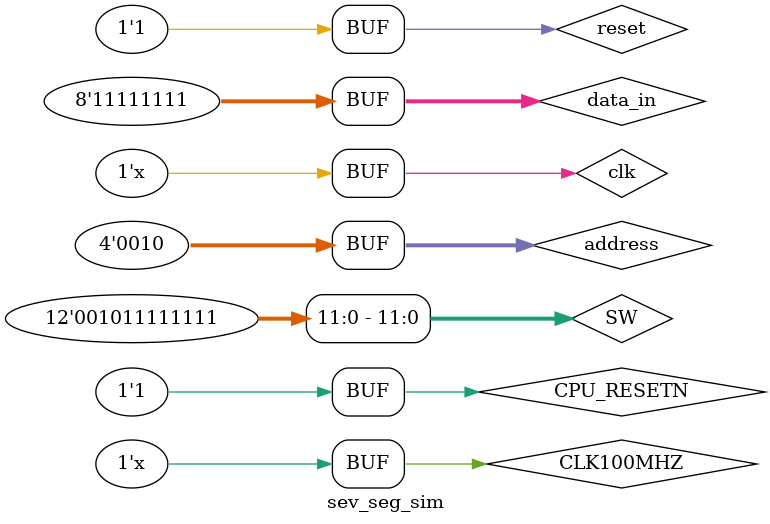
<source format=sv>
`timescale 1ns / 1ps
/*
module sev_seg_top(
    input wire CLK100MHZ,    // using the same name as pin names
    input wire CPU_RESETN,   
    output wire CA, CB, CC, CD, CE, CF, CG, DP,
    output wire [7:0] AN,
    output wire [15:0]LED,    
    input wire [15:0]SW
);
*/

module sev_seg_sim;
    
    logic CLK100MHZ; 
    logic CPU_RESETN;
    
    logic [15:0] SW;
    logic [15:0] LED;
    
    
    sev_seg_top DUT(
        .CLK100MHZ,
        .CPU_RESETN,
        .SW,
        .LED
    );
    
    
    
    logic clk=0;
logic reset=0;
logic busy;
logic [7:0]data_in=8'b00000000;
logic [3:0]address=4'b0000;

always #10 clk = !clk;

assign CPU_RESETN = reset;
assign CLK100MHZ = clk;
assign SW[11:8] = address;
assign SW[7:0] = data_in;

initial begin
    #300
    reset=1;
    #300
    address=4'b1111;
    data_in=8'b11111111;
    #2000
    address=4'b1100;
    #2000
    address=4'b0011;
    data_in=8'b10101011;
    #2000
    address=4'b1111;
    data_in=8'b01001100;
    #2000
    address=4'b1000;
    data_in=8'b01001100;
    #10000000
    address = 4'b0000;
//    address=4'b0000;
    data_in=8'b00000000;
    #10000
    address=4'b0011;
    data_in=8'b11110000;
    #2000
    address=4'b1000;
    data_in=8'b10000000;
    #2000;
    address=4'b0010;
    data_in=8'b11111111;
    #4000;
    
    end
endmodule

</source>
